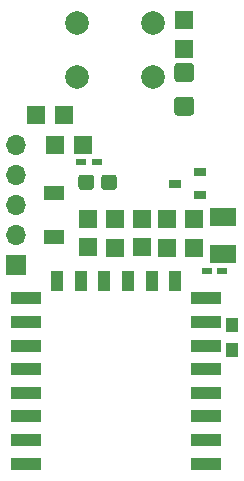
<source format=gbr>
G04 #@! TF.GenerationSoftware,KiCad,Pcbnew,(5.1.9)-1*
G04 #@! TF.CreationDate,2021-03-01T14:17:27+01:00*
G04 #@! TF.ProjectId,button timer v1.2.3_Coin_Cell[TPL5111],62757474-6f6e-4207-9469-6d6572207631,rev?*
G04 #@! TF.SameCoordinates,Original*
G04 #@! TF.FileFunction,Soldermask,Top*
G04 #@! TF.FilePolarity,Negative*
%FSLAX46Y46*%
G04 Gerber Fmt 4.6, Leading zero omitted, Abs format (unit mm)*
G04 Created by KiCad (PCBNEW (5.1.9)-1) date 2021-03-01 14:17:27*
%MOMM*%
%LPD*%
G01*
G04 APERTURE LIST*
%ADD10R,2.500000X1.000000*%
%ADD11R,1.000000X1.800000*%
%ADD12R,1.000000X0.800000*%
%ADD13R,2.250000X1.650000*%
%ADD14R,0.900000X0.620000*%
%ADD15R,1.000000X1.200000*%
%ADD16R,1.500000X1.500000*%
%ADD17R,1.700000X1.300000*%
%ADD18C,2.000000*%
%ADD19O,1.700000X1.700000*%
%ADD20R,1.700000X1.700000*%
G04 APERTURE END LIST*
D10*
G04 #@! TO.C,X1*
X118100000Y-93650000D03*
X118100000Y-91650000D03*
X118100000Y-89650000D03*
X118100000Y-87650000D03*
X118100000Y-85650000D03*
X118100000Y-83650000D03*
X118100000Y-81650000D03*
X118100000Y-79650000D03*
D11*
X120700000Y-78150000D03*
X122700000Y-78150000D03*
X124700000Y-78150000D03*
X126700000Y-78150000D03*
X128700000Y-78150000D03*
X130700000Y-78150000D03*
D10*
X133300000Y-79650000D03*
X133300000Y-81650000D03*
X133300000Y-83650000D03*
X133300000Y-85650000D03*
X133300000Y-87650000D03*
X133300000Y-89650000D03*
X133300000Y-91650000D03*
X133300000Y-93650000D03*
G04 #@! TD*
D12*
G04 #@! TO.C,Q1*
X130675000Y-69950000D03*
X132775000Y-69000000D03*
X132775000Y-70900000D03*
G04 #@! TD*
G04 #@! TO.C,D2*
G36*
G01*
X124420000Y-70230001D02*
X124420000Y-69429999D01*
G75*
G02*
X124669999Y-69180000I249999J0D01*
G01*
X125495001Y-69180000D01*
G75*
G02*
X125745000Y-69429999I0J-249999D01*
G01*
X125745000Y-70230001D01*
G75*
G02*
X125495001Y-70480000I-249999J0D01*
G01*
X124669999Y-70480000D01*
G75*
G02*
X124420000Y-70230001I0J249999D01*
G01*
G37*
G36*
G01*
X122495000Y-70230001D02*
X122495000Y-69429999D01*
G75*
G02*
X122744999Y-69180000I249999J0D01*
G01*
X123570001Y-69180000D01*
G75*
G02*
X123820000Y-69429999I0J-249999D01*
G01*
X123820000Y-70230001D01*
G75*
G02*
X123570001Y-70480000I-249999J0D01*
G01*
X122744999Y-70480000D01*
G75*
G02*
X122495000Y-70230001I0J249999D01*
G01*
G37*
G04 #@! TD*
G04 #@! TO.C,D1*
G36*
G01*
X132025000Y-61335000D02*
X130875000Y-61335000D01*
G75*
G02*
X130625000Y-61085000I0J250000D01*
G01*
X130625000Y-59985000D01*
G75*
G02*
X130875000Y-59735000I250000J0D01*
G01*
X132025000Y-59735000D01*
G75*
G02*
X132275000Y-59985000I0J-250000D01*
G01*
X132275000Y-61085000D01*
G75*
G02*
X132025000Y-61335000I-250000J0D01*
G01*
G37*
G36*
G01*
X132025000Y-64185000D02*
X130875000Y-64185000D01*
G75*
G02*
X130625000Y-63935000I0J250000D01*
G01*
X130625000Y-62835000D01*
G75*
G02*
X130875000Y-62585000I250000J0D01*
G01*
X132025000Y-62585000D01*
G75*
G02*
X132275000Y-62835000I0J-250000D01*
G01*
X132275000Y-63935000D01*
G75*
G02*
X132025000Y-64185000I-250000J0D01*
G01*
G37*
G04 #@! TD*
D13*
G04 #@! TO.C,C6*
X134721600Y-72790720D03*
X134721600Y-75890720D03*
G04 #@! TD*
D14*
G04 #@! TO.C,C7*
X133385800Y-77378560D03*
X134685800Y-77378560D03*
G04 #@! TD*
D15*
G04 #@! TO.C,R10*
X135525000Y-81900000D03*
X135525000Y-84000000D03*
G04 #@! TD*
D14*
G04 #@! TO.C,C4*
X124050000Y-68110000D03*
X122750000Y-68110000D03*
G04 #@! TD*
D16*
G04 #@! TO.C,R4*
X127875000Y-75350000D03*
X127875000Y-72950000D03*
G04 #@! TD*
G04 #@! TO.C,R9*
X130025000Y-75375000D03*
X130025000Y-72975000D03*
G04 #@! TD*
G04 #@! TO.C,R8*
X121310000Y-64130000D03*
X118910000Y-64130000D03*
G04 #@! TD*
G04 #@! TO.C,R7*
X122900000Y-66640000D03*
X120500000Y-66640000D03*
G04 #@! TD*
G04 #@! TO.C,R6*
X131410000Y-56120000D03*
X131410000Y-58520000D03*
G04 #@! TD*
G04 #@! TO.C,R5*
X123325000Y-75350000D03*
X123325000Y-72950000D03*
G04 #@! TD*
G04 #@! TO.C,R3*
X132257800Y-75368000D03*
X132257800Y-72968000D03*
G04 #@! TD*
G04 #@! TO.C,R2*
X125625000Y-75375000D03*
X125625000Y-72975000D03*
G04 #@! TD*
D17*
G04 #@! TO.C,SW2*
X120459500Y-70730500D03*
X120459500Y-74430500D03*
G04 #@! TD*
D18*
G04 #@! TO.C,SW1*
X128850000Y-56380000D03*
X128850000Y-60880000D03*
X122350000Y-56380000D03*
X122350000Y-60880000D03*
G04 #@! TD*
D19*
G04 #@! TO.C,J1*
X117200000Y-66640000D03*
X117200000Y-69180000D03*
X117200000Y-71720000D03*
X117200000Y-74260000D03*
D20*
X117200000Y-76800000D03*
G04 #@! TD*
M02*

</source>
